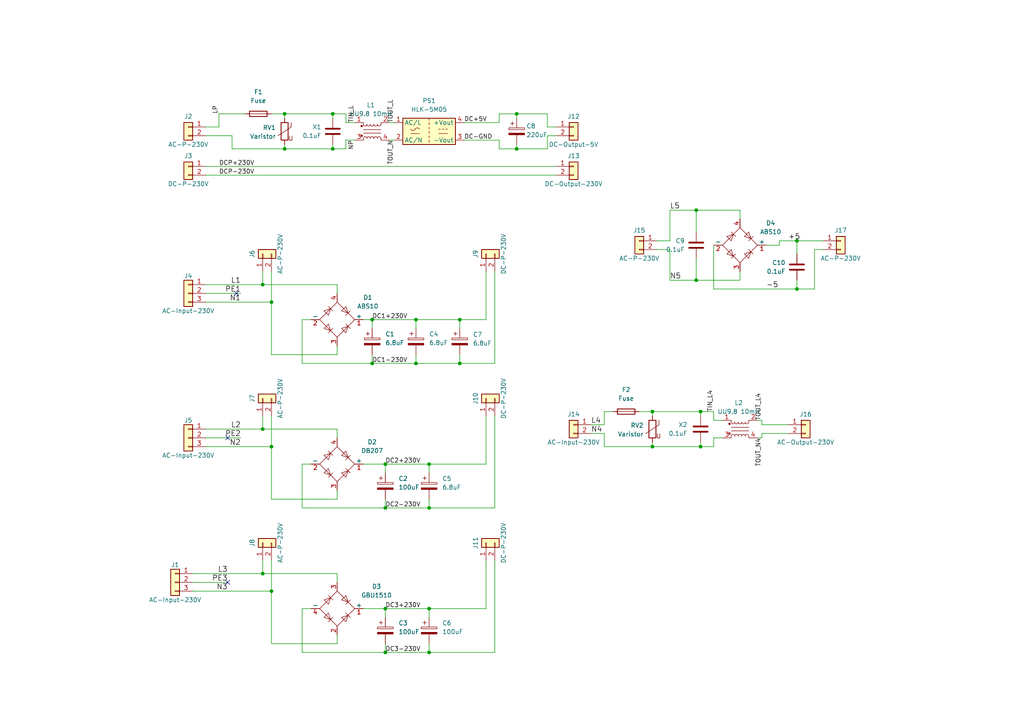
<source format=kicad_sch>
(kicad_sch (version 20250114) (generator "eeschema") (generator_version "9.0")
  (paper "A4")
  (lib_symbols
    (symbol "Connector_Generic:Conn_01x02" (pin_names (offset 1.016) (hide yes))
      (property "Reference" "J" (at 0 2.54 0))
      (property "Value" "Conn_01x02" (at 0 -5.08 0))
      (symbol "Conn_01x02_1_1"
        (rectangle (start -1.27 1.27) (end 1.27 -3.81) (stroke (width 0.254)) (fill (type background)))
        (rectangle (start -1.27 0.127) (end 0 -0.127) (stroke (width 0.1524)))
        (rectangle (start -1.27 -2.413) (end 0 -2.667) (stroke (width 0.1524)))
        (pin passive line (at -5.08 0 0) (length 3.81) (name "Pin_1") (number "1"))
        (pin passive line (at -5.08 -2.54 0) (length 3.81) (name "Pin_2") (number "2"))
      )
    )
    (symbol "Connector_Generic:Conn_01x03" (pin_names (offset 1.016) (hide yes))
      (property "Reference" "J" (at 0 5.08 0))
      (property "Value" "Conn_01x03" (at 0 -5.08 0))
      (symbol "Conn_01x03_1_1"
        (rectangle (start -1.27 3.81) (end 1.27 -3.81) (stroke (width 0.254)) (fill (type background)))
        (rectangle (start -1.27 2.667) (end 0 2.413) (stroke (width 0.1524)))
        (rectangle (start -1.27 0.127) (end 0 -0.127) (stroke (width 0.1524)))
        (rectangle (start -1.27 -2.413) (end 0 -2.667) (stroke (width 0.1524)))
        (pin passive line (at -5.08 2.54 0) (length 3.81) (name "Pin_1") (number "1"))
        (pin passive line (at -5.08 0 0) (length 3.81) (name "Pin_2") (number "2"))
        (pin passive line (at -5.08 -2.54 0) (length 3.81) (name "Pin_3") (number "3"))
      )
    )
    (symbol "Converter_ACDC:HLK-5M05"
      (property "Reference" "PS" (at 0 5.08 0))
      (property "Value" "HLK-5M05" (at 0 -5.08 0))
      (symbol "HLK-5M05_0_1"
        (rectangle (start -7.62 3.81) (end 7.62 -3.81) (stroke (width 0.254)) (fill (type background)))
        (polyline (pts (xy -5.334 -0.635) (xy -2.794 -0.635)))
        (arc (start -4.064 0.635) (mid -4.699 0.2495) (end -5.334 0.635))
        (arc (start -4.064 0.635) (mid -3.429 1.0072) (end -2.794 0.635))
        (polyline (pts (xy 0 3.81) (xy 0 3.175)))
        (polyline (pts (xy 0 2.54) (xy 0 1.905)))
        (polyline (pts (xy 0 1.27) (xy 0 0.635)))
        (polyline (pts (xy 0 0) (xy 0 -0.635)))
        (polyline (pts (xy 0 -1.27) (xy 0 -1.905)))
        (polyline (pts (xy 0 -2.54) (xy 0 -3.175)))
        (polyline (pts (xy 2.794 0.635) (xy 3.302 0.635)))
        (polyline (pts (xy 2.794 -0.635) (xy 5.334 -0.635)))
        (polyline (pts (xy 3.81 0.635) (xy 4.318 0.635)))
        (polyline (pts (xy 4.826 0.635) (xy 5.334 0.635)))
      )
      (symbol "HLK-5M05_1_1"
        (pin power_in line (at -10.16 2.54 0) (length 2.54) (name "AC/L") (number "1"))
        (pin power_in line (at -10.16 -2.54 0) (length 2.54) (name "AC/N") (number "2"))
        (pin power_out line (at 10.16 2.54 180) (length 2.54) (name "+Vout") (number "4"))
        (pin power_out line (at 10.16 -2.54 180) (length 2.54) (name "-Vout") (number "3"))
      )
    )
    (symbol "Device:C" (pin_numbers (hide yes)) (pin_names (offset 0.254))
      (property "Reference" "C" (at 0.635 2.54 0))
      (property "Value" "C" (at 0.635 -2.54 0))
      (symbol "C_0_1"
        (polyline (pts (xy -2.032 0.762) (xy 2.032 0.762)) (stroke (width 0.508)))
        (polyline (pts (xy -2.032 -0.762) (xy 2.032 -0.762)) (stroke (width 0.508)))
      )
      (symbol "C_1_1"
        (pin passive line (at 0 3.81 270) (length 2.794) (name "~") (number "1"))
        (pin passive line (at 0 -3.81 90) (length 2.794) (name "~") (number "2"))
      )
    )
    (symbol "Device:C_Polarized" (pin_numbers (hide yes)) (pin_names (offset 0.254))
      (property "Reference" "C" (at 0.635 2.54 0))
      (property "Value" "C_Polarized" (at 0.635 -2.54 0))
      (symbol "C_Polarized_0_1"
        (rectangle (start -2.286 0.508) (end 2.286 1.016))
        (polyline (pts (xy -1.778 2.286) (xy -0.762 2.286)))
        (polyline (pts (xy -1.27 2.794) (xy -1.27 1.778)))
        (rectangle (start 2.286 -0.508) (end -2.286 -1.016) (fill (type outline)))
      )
      (symbol "C_Polarized_1_1"
        (pin passive line (at 0 3.81 270) (length 2.794) (name "~") (number "1"))
        (pin passive line (at 0 -3.81 90) (length 2.794) (name "~") (number "2"))
      )
    )
    (symbol "Device:Fuse" (pin_numbers (hide yes)) (pin_names (offset 0))
      (property "Reference" "F" (at 2.032 0 90))
      (property "Value" "Fuse" (at -1.905 0 90))
      (symbol "Fuse_0_1"
        (rectangle (start -0.762 -2.54) (end 0.762 2.54) (stroke (width 0.254)))
        (polyline (pts (xy 0 2.54) (xy 0 -2.54)))
      )
      (symbol "Fuse_1_1"
        (pin passive line (at 0 3.81 270) (length 1.27) (name "~") (number "1"))
        (pin passive line (at 0 -3.81 90) (length 1.27) (name "~") (number "2"))
      )
    )
    (symbol "Device:L_Iron_Coupled" (pin_names (offset 0.254) (hide yes))
      (property "Reference" "L" (at 0 4.445 0))
      (property "Value" "L_Iron_Coupled" (at 0 -4.445 0))
      (symbol "L_Iron_Coupled_0_1"
        (circle (center -3.048 1.524) (radius 0.254) (fill (type outline)))
        (circle (center -3.048 -1.27) (radius 0.254) (fill (type outline)))
        (polyline (pts (xy -2.54 2.032) (xy -2.54 2.54)))
        (polyline (pts (xy -2.54 0.508) (xy 2.54 0.508)))
        (polyline (pts (xy -2.54 -2.032) (xy -2.54 -2.54)))
        (arc (start -1.524 2.032) (mid -2.032 1.5262) (end -2.54 2.032))
        (arc (start -2.54 -2.032) (mid -2.032 -1.5262) (end -1.524 -2.032))
        (arc (start -0.508 2.032) (mid -1.016 1.5262) (end -1.524 2.032))
        (arc (start -1.524 -2.032) (mid -1.016 -1.5262) (end -0.508 -2.032))
        (arc (start 0.508 2.032) (mid 0 1.5262) (end -0.508 2.032))
        (arc (start -0.508 -2.032) (mid 0 -1.5262) (end 0.508 -2.032))
        (arc (start 1.524 2.032) (mid 1.016 1.5262) (end 0.508 2.032))
        (arc (start 0.508 -2.032) (mid 1.016 -1.5262) (end 1.524 -2.032))
        (arc (start 2.54 2.032) (mid 2.032 1.5262) (end 1.524 2.032))
        (arc (start 1.524 -2.032) (mid 2.032 -1.5262) (end 2.54 -2.032))
        (polyline (pts (xy 2.54 2.54) (xy 2.54 2.032)))
        (polyline (pts (xy 2.54 -0.508) (xy -2.54 -0.508)))
        (polyline (pts (xy 2.54 -2.032) (xy 2.54 -2.54)))
      )
      (symbol "L_Iron_Coupled_1_1"
        (pin passive line (at -5.08 2.54 0) (length 2.54) (name "1") (number "1"))
        (pin passive line (at -5.08 -2.54 0) (length 2.54) (name "3") (number "3"))
        (pin passive line (at 5.08 2.54 180) (length 2.54) (name "2") (number "2"))
        (pin passive line (at 5.08 -2.54 180) (length 2.54) (name "4") (number "4"))
      )
    )
    (symbol "Device:Varistor" (pin_numbers (hide yes)) (pin_names (offset 0))
      (property "Reference" "RV" (at 3.175 0 90))
      (property "Value" "Varistor" (at -3.175 0 90))
      (symbol "Varistor_0_0"
        (text "U" (at -1.778 -2.032 0) (effects (font (size 1.27 1.27))))
      )
      (symbol "Varistor_0_1"
        (polyline (pts (xy -1.905 2.54) (xy -1.905 1.27) (xy 1.905 -1.27)))
        (rectangle (start -1.016 -2.54) (end 1.016 2.54) (stroke (width 0.254)))
      )
      (symbol "Varistor_1_1"
        (pin passive line (at 0 3.81 270) (length 1.27) (name "~") (number "1"))
        (pin passive line (at 0 -3.81 90) (length 1.27) (name "~") (number "2"))
      )
    )
    (symbol "Diode_Bridge:ABS10" (pin_names (offset 0))
      (property "Reference" "D" (at 2.54 6.985 0))
      (property "Value" "ABS10" (at 2.54 5.08 0))
      (symbol "ABS10_0_1"
        (polyline (pts (xy -5.08 0) (xy 0 -5.08) (xy 5.08 0) (xy 0 5.08) (xy -5.08 0)))
        (polyline (pts (xy -3.81 2.54) (xy -2.54 1.27) (xy -1.905 3.175) (xy -3.81 2.54)))
        (polyline (pts (xy -2.54 3.81) (xy -1.27 2.54)))
        (polyline (pts (xy -2.54 -1.27) (xy -3.81 -2.54) (xy -1.905 -3.175) (xy -2.54 -1.27)))
        (polyline (pts (xy -1.27 -2.54) (xy -2.54 -3.81)))
        (polyline (pts (xy 1.27 2.54) (xy 2.54 3.81) (xy 3.175 1.905) (xy 1.27 2.54)))
        (polyline (pts (xy 2.54 1.27) (xy 3.81 2.54)))
        (polyline (pts (xy 2.54 -1.27) (xy 3.81 -2.54)))
        (polyline (pts (xy 3.175 -1.905) (xy 1.27 -2.54) (xy 2.54 -3.81) (xy 3.175 -1.905)))
      )
      (symbol "ABS10_1_1"
        (pin passive line (at -7.62 0 0) (length 2.54) (name "-") (number "2"))
        (pin passive line (at 0 7.62 270) (length 2.54) (name "~") (number "4"))
        (pin passive line (at 0 -7.62 90) (length 2.54) (name "~") (number "3"))
        (pin passive line (at 7.62 0 180) (length 2.54) (name "+") (number "1"))
      )
    )
    (symbol "Diode_Bridge:DF01M" (pin_names (offset 0))
      (property "Reference" "D" (at 2.54 6.985 0))
      (property "Value" "DF01M" (at 2.54 5.08 0))
      (symbol "DF01M_0_1"
        (polyline (pts (xy -5.08 0) (xy 0 -5.08) (xy 5.08 0) (xy 0 5.08) (xy -5.08 0)))
        (polyline (pts (xy -3.81 2.54) (xy -2.54 1.27) (xy -1.905 3.175) (xy -3.81 2.54)))
        (polyline (pts (xy -2.54 3.81) (xy -1.27 2.54)))
        (polyline (pts (xy -2.54 -1.27) (xy -3.81 -2.54) (xy -1.905 -3.175) (xy -2.54 -1.27)))
        (polyline (pts (xy -1.27 -2.54) (xy -2.54 -3.81)))
        (polyline (pts (xy 1.27 2.54) (xy 2.54 3.81) (xy 3.175 1.905) (xy 1.27 2.54)))
        (polyline (pts (xy 2.54 1.27) (xy 3.81 2.54)))
        (polyline (pts (xy 2.54 -1.27) (xy 3.81 -2.54)))
        (polyline (pts (xy 3.175 -1.905) (xy 1.27 -2.54) (xy 2.54 -3.81) (xy 3.175 -1.905)))
      )
      (symbol "DF01M_1_1"
        (pin passive line (at -7.62 0 0) (length 2.54) (name "-") (number "2"))
        (pin passive line (at 0 7.62 270) (length 2.54) (name "~") (number "4"))
        (pin passive line (at 0 -7.62 90) (length 2.54) (name "~") (number "3"))
        (pin passive line (at 7.62 0 180) (length 2.54) (name "+") (number "1"))
      )
    )
    (symbol "Diode_Bridge:GBU4A" (pin_names (offset 0))
      (property "Reference" "D" (at 2.54 6.985 0))
      (property "Value" "GBU4A" (at 2.54 5.08 0))
      (symbol "GBU4A_0_1"
        (polyline (pts (xy -5.08 0) (xy 0 -5.08) (xy 5.08 0) (xy 0 5.08) (xy -5.08 0)))
        (polyline (pts (xy -3.81 2.54) (xy -2.54 1.27) (xy -1.905 3.175) (xy -3.81 2.54)))
        (polyline (pts (xy -2.54 3.81) (xy -1.27 2.54)))
        (polyline (pts (xy -2.54 -1.27) (xy -3.81 -2.54) (xy -1.905 -3.175) (xy -2.54 -1.27)))
        (polyline (pts (xy -1.27 -2.54) (xy -2.54 -3.81)))
        (polyline (pts (xy 1.27 2.54) (xy 2.54 3.81) (xy 3.175 1.905) (xy 1.27 2.54)))
        (polyline (pts (xy 2.54 1.27) (xy 3.81 2.54)))
        (polyline (pts (xy 2.54 -1.27) (xy 3.81 -2.54)))
        (polyline (pts (xy 3.175 -1.905) (xy 1.27 -2.54) (xy 2.54 -3.81) (xy 3.175 -1.905)))
      )
      (symbol "GBU4A_1_1"
        (pin passive line (at -7.62 0 0) (length 2.54) (name "-") (number "4"))
        (pin passive line (at 0 7.62 270) (length 2.54) (name "~") (number "3"))
        (pin passive line (at 0 -7.62 90) (length 2.54) (name "~") (number "2"))
        (pin passive line (at 7.62 0 180) (length 2.54) (name "+") (number "1"))
      )
    )
  )
  (junction (at 120.65 92.71))
  (junction (at 231.14 69.85))
  (junction (at 201.93 81.28))
  (junction (at 96.52 33.02))
  (junction (at 149.86 33.02))
  (junction (at 111.76 134.62))
  (junction (at 111.76 189.23))
  (junction (at 203.2 119.38))
  (junction (at 107.95 92.71))
  (junction (at 76.2 124.46))
  (junction (at 124.46 147.32))
  (junction (at 78.74 129.54))
  (junction (at 82.55 33.02))
  (junction (at 111.76 147.32))
  (junction (at 76.2 82.55))
  (junction (at 124.46 189.23))
  (junction (at 189.23 129.54))
  (junction (at 124.46 134.62))
  (junction (at 189.23 119.38))
  (junction (at 120.65 105.41))
  (junction (at 107.95 105.41))
  (junction (at 124.46 176.53))
  (junction (at 76.2 166.37))
  (junction (at 111.76 176.53))
  (junction (at 78.74 171.45))
  (junction (at 149.86 43.18))
  (junction (at 96.52 43.18))
  (junction (at 133.35 92.71))
  (junction (at 133.35 105.41))
  (junction (at 231.14 83.82))
  (junction (at 201.93 60.96))
  (junction (at 82.55 43.18))
  (junction (at 203.2 129.54))
  (junction (at 78.74 87.63))
  (no_connect (at 68.58 85.09))
  (no_connect (at 66.04 127))
  (no_connect (at 66.04 168.91))
  (wire (pts (xy 59.69 82.55) (xy 76.2 82.55)))
  (wire (pts (xy 76.2 120.65) (xy 76.2 124.46)))
  (wire (pts (xy 133.35 105.41) (xy 143.51 105.41)))
  (wire (pts (xy 97.79 184.15) (xy 97.79 186.69)))
  (wire (pts (xy 90.17 176.53) (xy 87.63 176.53)))
  (wire (pts (xy 97.79 144.78) (xy 78.74 144.78)))
  (wire (pts (xy 59.69 129.54) (xy 78.74 129.54)))
  (wire (pts (xy 120.65 95.25) (xy 120.65 92.71)))
  (wire (pts (xy 201.93 60.96) (xy 214.63 60.96)))
  (wire (pts (xy 120.65 92.71) (xy 133.35 92.71)))
  (wire (pts (xy 55.88 166.37) (xy 76.2 166.37)))
  (wire (pts (xy 226.06 71.12) (xy 226.06 69.85)))
  (wire (pts (xy 144.78 33.02) (xy 149.86 33.02)))
  (wire (pts (xy 78.74 78.74) (xy 78.74 87.63)))
  (wire (pts (xy 102.87 35.56) (xy 100.33 35.56)))
  (wire (pts (xy 189.23 119.38) (xy 189.23 120.65)))
  (wire (pts (xy 111.76 147.32) (xy 111.76 144.78)))
  (wire (pts (xy 78.74 33.02) (xy 82.55 33.02)))
  (wire (pts (xy 59.69 127) (xy 69.85 127)))
  (wire (pts (xy 97.79 142.24) (xy 97.79 144.78)))
  (wire (pts (xy 207.01 119.38) (xy 203.2 119.38)))
  (wire (pts (xy 111.76 176.53) (xy 111.76 179.07)))
  (wire (pts (xy 214.63 60.96) (xy 214.63 63.5)))
  (wire (pts (xy 113.03 40.64) (xy 114.3 40.64)))
  (wire (pts (xy 87.63 147.32) (xy 111.76 147.32)))
  (wire (pts (xy 111.76 189.23) (xy 124.46 189.23)))
  (wire (pts (xy 87.63 105.41) (xy 107.95 105.41)))
  (wire (pts (xy 124.46 144.78) (xy 124.46 147.32)))
  (wire (pts (xy 107.95 105.41) (xy 107.95 102.87)))
  (wire (pts (xy 219.71 121.92) (xy 220.98 121.92)))
  (wire (pts (xy 67.31 39.37) (xy 67.31 43.18)))
  (wire (pts (xy 140.97 176.53) (xy 140.97 162.56)))
  (wire (pts (xy 133.35 92.71) (xy 133.35 95.25)))
  (wire (pts (xy 190.5 69.85) (xy 194.31 69.85)))
  (wire (pts (xy 111.76 137.16) (xy 111.76 134.62)))
  (wire (pts (xy 100.33 35.56) (xy 100.33 33.02)))
  (wire (pts (xy 194.31 81.28) (xy 201.93 81.28)))
  (wire (pts (xy 207.01 71.12) (xy 207.01 83.82)))
  (wire (pts (xy 124.46 189.23) (xy 143.51 189.23)))
  (wire (pts (xy 76.2 162.56) (xy 76.2 166.37)))
  (wire (pts (xy 124.46 134.62) (xy 140.97 134.62)))
  (wire (pts (xy 149.86 33.02) (xy 158.75 33.02)))
  (wire (pts (xy 59.69 39.37) (xy 67.31 39.37)))
  (wire (pts (xy 134.62 35.56) (xy 144.78 35.56)))
  (wire (pts (xy 140.97 120.65) (xy 140.97 134.62)))
  (wire (pts (xy 222.25 71.12) (xy 226.06 71.12)))
  (wire (pts (xy 107.95 92.71) (xy 120.65 92.71)))
  (wire (pts (xy 149.86 33.02) (xy 149.86 34.29)))
  (wire (pts (xy 175.26 129.54) (xy 189.23 129.54)))
  (wire (pts (xy 207.01 127) (xy 209.55 127)))
  (wire (pts (xy 143.51 162.56) (xy 143.51 189.23)))
  (wire (pts (xy 120.65 105.41) (xy 133.35 105.41)))
  (wire (pts (xy 134.62 40.64) (xy 144.78 40.64)))
  (wire (pts (xy 171.45 123.19) (xy 175.26 123.19)))
  (wire (pts (xy 111.76 147.32) (xy 124.46 147.32)))
  (wire (pts (xy 124.46 176.53) (xy 124.46 179.07)))
  (wire (pts (xy 190.5 72.39) (xy 194.31 72.39)))
  (wire (pts (xy 231.14 81.28) (xy 231.14 83.82)))
  (wire (pts (xy 124.46 147.32) (xy 143.51 147.32)))
  (wire (pts (xy 158.75 39.37) (xy 161.29 39.37)))
  (wire (pts (xy 97.79 102.87) (xy 78.74 102.87)))
  (wire (pts (xy 124.46 176.53) (xy 140.97 176.53)))
  (wire (pts (xy 201.93 60.96) (xy 201.93 67.31)))
  (wire (pts (xy 203.2 120.65) (xy 203.2 119.38)))
  (wire (pts (xy 63.5 33.02) (xy 71.12 33.02)))
  (wire (pts (xy 59.69 124.46) (xy 76.2 124.46)))
  (wire (pts (xy 201.93 81.28) (xy 214.63 81.28)))
  (wire (pts (xy 78.74 171.45) (xy 78.74 186.69)))
  (wire (pts (xy 231.14 83.82) (xy 236.22 83.82)))
  (wire (pts (xy 220.98 127) (xy 220.98 125.73)))
  (wire (pts (xy 171.45 125.73) (xy 175.26 125.73)))
  (wire (pts (xy 207.01 121.92) (xy 207.01 119.38)))
  (wire (pts (xy 59.69 85.09) (xy 69.85 85.09)))
  (wire (pts (xy 175.26 123.19) (xy 175.26 119.38)))
  (wire (pts (xy 76.2 78.74) (xy 76.2 82.55)))
  (wire (pts (xy 78.74 162.56) (xy 78.74 171.45)))
  (wire (pts (xy 144.78 43.18) (xy 149.86 43.18)))
  (wire (pts (xy 124.46 189.23) (xy 124.46 186.69)))
  (wire (pts (xy 59.69 50.8) (xy 161.29 50.8)))
  (wire (pts (xy 76.2 124.46) (xy 97.79 124.46)))
  (wire (pts (xy 203.2 129.54) (xy 207.01 129.54)))
  (wire (pts (xy 82.55 33.02) (xy 82.55 34.29)))
  (wire (pts (xy 105.41 176.53) (xy 111.76 176.53)))
  (wire (pts (xy 59.69 87.63) (xy 78.74 87.63)))
  (wire (pts (xy 78.74 144.78) (xy 78.74 129.54)))
  (wire (pts (xy 158.75 33.02) (xy 158.75 36.83)))
  (wire (pts (xy 105.41 92.71) (xy 107.95 92.71)))
  (wire (pts (xy 90.17 92.71) (xy 87.63 92.71)))
  (wire (pts (xy 63.5 36.83) (xy 63.5 33.02)))
  (wire (pts (xy 189.23 128.27) (xy 189.23 129.54)))
  (wire (pts (xy 143.51 78.74) (xy 143.51 105.41)))
  (wire (pts (xy 111.76 189.23) (xy 111.76 186.69)))
  (wire (pts (xy 194.31 60.96) (xy 201.93 60.96)))
  (wire (pts (xy 78.74 186.69) (xy 97.79 186.69)))
  (wire (pts (xy 203.2 128.27) (xy 203.2 129.54)))
  (wire (pts (xy 189.23 129.54) (xy 203.2 129.54)))
  (wire (pts (xy 87.63 92.71) (xy 87.63 105.41)))
  (wire (pts (xy 185.42 119.38) (xy 189.23 119.38)))
  (wire (pts (xy 67.31 43.18) (xy 82.55 43.18)))
  (wire (pts (xy 220.98 123.19) (xy 228.6 123.19)))
  (wire (pts (xy 96.52 43.18) (xy 100.33 43.18)))
  (wire (pts (xy 78.74 102.87) (xy 78.74 87.63)))
  (wire (pts (xy 76.2 82.55) (xy 97.79 82.55)))
  (wire (pts (xy 194.31 69.85) (xy 194.31 60.96)))
  (wire (pts (xy 55.88 171.45) (xy 78.74 171.45)))
  (wire (pts (xy 96.52 43.18) (xy 96.52 41.91)))
  (wire (pts (xy 226.06 69.85) (xy 231.14 69.85)))
  (wire (pts (xy 100.33 40.64) (xy 102.87 40.64)))
  (wire (pts (xy 133.35 92.71) (xy 140.97 92.71)))
  (wire (pts (xy 231.14 69.85) (xy 231.14 73.66)))
  (wire (pts (xy 144.78 40.64) (xy 144.78 43.18)))
  (wire (pts (xy 207.01 83.82) (xy 231.14 83.82)))
  (wire (pts (xy 55.88 168.91) (xy 66.04 168.91)))
  (wire (pts (xy 149.86 43.18) (xy 158.75 43.18)))
  (wire (pts (xy 59.69 36.83) (xy 63.5 36.83)))
  (wire (pts (xy 59.69 48.26) (xy 161.29 48.26)))
  (wire (pts (xy 140.97 78.74) (xy 140.97 92.71)))
  (wire (pts (xy 149.86 43.18) (xy 149.86 41.91)))
  (wire (pts (xy 220.98 121.92) (xy 220.98 123.19)))
  (wire (pts (xy 82.55 33.02) (xy 96.52 33.02)))
  (wire (pts (xy 97.79 127) (xy 97.79 124.46)))
  (wire (pts (xy 201.93 74.93) (xy 201.93 81.28)))
  (wire (pts (xy 87.63 176.53) (xy 87.63 189.23)))
  (wire (pts (xy 78.74 120.65) (xy 78.74 129.54)))
  (wire (pts (xy 105.41 134.62) (xy 111.76 134.62)))
  (wire (pts (xy 120.65 105.41) (xy 120.65 102.87)))
  (wire (pts (xy 158.75 39.37) (xy 158.75 43.18)))
  (wire (pts (xy 100.33 40.64) (xy 100.33 43.18)))
  (wire (pts (xy 97.79 100.33) (xy 97.79 102.87)))
  (wire (pts (xy 236.22 83.82) (xy 236.22 72.39)))
  (wire (pts (xy 90.17 134.62) (xy 87.63 134.62)))
  (wire (pts (xy 111.76 176.53) (xy 124.46 176.53)))
  (wire (pts (xy 220.98 125.73) (xy 228.6 125.73)))
  (wire (pts (xy 113.03 35.56) (xy 114.3 35.56)))
  (wire (pts (xy 82.55 43.18) (xy 96.52 43.18)))
  (wire (pts (xy 175.26 119.38) (xy 177.8 119.38)))
  (wire (pts (xy 87.63 134.62) (xy 87.63 147.32)))
  (wire (pts (xy 97.79 168.91) (xy 97.79 166.37)))
  (wire (pts (xy 124.46 137.16) (xy 124.46 134.62)))
  (wire (pts (xy 209.55 121.92) (xy 207.01 121.92)))
  (wire (pts (xy 189.23 119.38) (xy 203.2 119.38)))
  (wire (pts (xy 236.22 72.39) (xy 238.76 72.39)))
  (wire (pts (xy 96.52 33.02) (xy 96.52 34.29)))
  (wire (pts (xy 97.79 85.09) (xy 97.79 82.55)))
  (wire (pts (xy 143.51 120.65) (xy 143.51 147.32)))
  (wire (pts (xy 144.78 35.56) (xy 144.78 33.02)))
  (wire (pts (xy 158.75 36.83) (xy 161.29 36.83)))
  (wire (pts (xy 133.35 102.87) (xy 133.35 105.41)))
  (wire (pts (xy 194.31 72.39) (xy 194.31 81.28)))
  (wire (pts (xy 111.76 134.62) (xy 124.46 134.62)))
  (wire (pts (xy 231.14 69.85) (xy 238.76 69.85)))
  (wire (pts (xy 76.2 166.37) (xy 97.79 166.37)))
  (wire (pts (xy 219.71 127) (xy 220.98 127)))
  (wire (pts (xy 96.52 33.02) (xy 100.33 33.02)))
  (wire (pts (xy 87.63 189.23) (xy 111.76 189.23)))
  (wire (pts (xy 175.26 125.73) (xy 175.26 129.54)))
  (wire (pts (xy 107.95 105.41) (xy 120.65 105.41)))
  (wire (pts (xy 107.95 92.71) (xy 107.95 95.25)))
  (wire (pts (xy 207.01 129.54) (xy 207.01 127)))
  (wire (pts (xy 214.63 81.28) (xy 214.63 78.74)))
  (wire (pts (xy 82.55 41.91) (xy 82.55 43.18)))
  (label "DC3-230V" (at 111.76 189.23 0))
  (label "NP" (at 102.87 40.64 270))
  (label "N2" (at 69.85 129.54 180) (effects (font (size 1.524 1.524))))
  (label "DC1-230V" (at 107.95 105.41 0))
  (label "L2" (at 69.85 124.46 180) (effects (font (size 1.524 1.524))))
  (label "LP" (at 63.5 33.02 90))
  (label "DCP-230V" (at 63.5 50.8 0))
  (label "TIN_L" (at 102.87 35.56 90))
  (label "L4" (at 171.45 123.19 0) (effects (font (size 1.524 1.524))))
  (label "N4" (at 171.45 125.73 0) (effects (font (size 1.524 1.524))))
  (label "TOUT_N" (at 114.3 40.64 270))
  (label "PE1" (at 69.85 85.09 180) (effects (font (size 1.524 1.524))))
  (label "DC1+230V" (at 107.95 92.71 0))
  (label "DC+5V" (at 134.62 35.56 0))
  (label "N1" (at 69.85 87.63 180) (effects (font (size 1.524 1.524))))
  (label "N5" (at 194.31 81.28 0) (effects (font (size 1.524 1.524))))
  (label "+5" (at 228.6 69.85 0) (effects (font (size 1.524 1.524))))
  (label "TOUT_L4" (at 220.98 121.92 90))
  (label "DC-GND" (at 134.62 40.64 0))
  (label "DC2+230V" (at 111.76 134.62 0))
  (label "TOUT_L" (at 114.3 35.56 90))
  (label "PE3" (at 66.04 168.91 180) (effects (font (size 1.524 1.524))))
  (label "PE2" (at 69.85 127 180) (effects (font (size 1.524 1.524))))
  (label "TIN_L4" (at 207.01 119.38 90))
  (label "L3" (at 66.04 166.37 180) (effects (font (size 1.524 1.524))))
  (label "L1" (at 69.85 82.55 180) (effects (font (size 1.524 1.524))))
  (label "N3" (at 66.04 171.45 180) (effects (font (size 1.524 1.524))))
  (label "L5" (at 194.31 60.96 0) (effects (font (size 1.524 1.524))))
  (label "DC3+230V" (at 111.76 176.53 0))
  (label "TOUT_N4" (at 220.98 127 270))
  (label "DC2-230V" (at 111.76 147.32 0))
  (label "-5" (at 222.25 83.82 0) (effects (font (size 1.524 1.524))))
  (label "DCP+230V" (at 63.5 48.26 0))
  (symbol (lib_id "Device:Varistor") (at 82.55 38.1 0) (mirror y) (unit 1)
    (property "Reference" "RV1" (at 80.01 37.0232 0) (effects (justify left)))
    (property "Value" "Varistor" (at 80.01 39.5632 0) (effects (justify left)))
    (property "Footprint" "Varistor:RV_Disc_D15.5mm_W7.2mm_P7.5mm" (effects (hide yes)))
    (property "Description" "Voltage dependent resistor" (effects (hide yes)))
    (property "Sim.Name" "kicad_builtin_varistor" (effects (hide yes)))
    (property "Sim.Device" "SUBCKT" (effects (hide yes)))
    (property "Sim.Pins" "1=A 2=B" (effects (hide yes)))
    (property "Sim.Params" "threshold=1k" (effects (hide yes)))
    (property "Sim.Library" "${KICAD9_SYMBOL_DIR}/Simulation_SPICE.sp" (effects (hide yes)))
  )
  (symbol (lib_id "Connector_Generic:Conn_01x02") (at 166.37 123.19 0) (mirror y) (unit 1)
    (property "Reference" "J14" (at 166.37 120.142 0))
    (property "Value" "AC-Input-230V" (at 166.37 128.27 0))
    (property "Footprint" "TerminalBlock_Phoenix:TerminalBlock_Phoenix_MKDS-3-2-5.08_1x02_P5.08mm_Horizontal" (effects (hide yes)))
    (property "Description" "Generic connector, single row, 01x02, script generated (kicad-library-utils/schlib/autogen/connector/)" (effects (hide yes)))
  )
  (symbol (lib_id "Device:C_Polarized") (at 124.46 140.97 0) (unit 1)
    (property "Reference" "C5" (at 128.27 138.8109 0) (effects (justify left)))
    (property "Value" "6.8uF" (at 128.27 141.3509 0) (effects (justify left)))
    (property "Footprint" "Capacitor_THT:CP_Radial_D10.0mm_P5.00mm" (effects (hide yes)))
    (property "Description" "Polarized capacitor" (effects (hide yes)))
  )
  (symbol (lib_id "Connector_Generic:Conn_01x03") (at 54.61 85.09 0) (mirror y) (unit 1)
    (property "Reference" "J4" (at 54.61 80.01 0))
    (property "Value" "AC-Input-230V" (at 54.61 90.17 0))
    (property "Footprint" "TerminalBlock_Phoenix:TerminalBlock_Phoenix_MKDS-3-3-5.08_1x03_P5.08mm_Horizontal" (effects (hide yes)))
    (property "Description" "Generic connector, single row, 01x03, script generated (kicad-library-utils/schlib/autogen/connector/)" (effects (hide yes)))
  )
  (symbol (lib_id "Diode_Bridge:DF01M") (at 97.79 134.62 0) (unit 1)
    (property "Reference" "D2" (at 107.95 128.1998 0))
    (property "Value" "DB207" (at 107.95 130.7398 0))
    (property "Footprint" "Diode_THT:Diode_Bridge_DIP-4_W7.62mm_P5.08mm" (effects (hide yes)))
    (property "Datasheet" "http://www.vishay.com/docs/88571/dfm.pdf" (effects (hide yes)))
    (property "Description" "Miniature Glass Passivated Single-Phase Bridge Rectifiers, 70V Vrms, 1.0A If, DIP-4" (effects (hide yes)))
  )
  (symbol (lib_id "Connector_Generic:Conn_01x02") (at 140.97 73.66 90) (unit 1)
    (property "Reference" "J9" (at 137.922 73.66 0))
    (property "Value" "DC-P-230V" (at 146.05 73.66 0))
    (property "Footprint" "zhaw:TerminalBlock_P5.08mm_Horizontal" (effects (hide yes)))
    (property "Description" "Generic connector, single row, 01x02, script generated (kicad-library-utils/schlib/autogen/connector/)" (effects (hide yes)))
  )
  (symbol (lib_id "Diode_Bridge:GBU4A") (at 97.79 176.53 0) (unit 1)
    (property "Reference" "D3" (at 109.22 170.1098 0))
    (property "Value" "GBU1510" (at 109.22 172.6498 0))
    (property "Footprint" "Diode_THT:Diode_Bridge_Vishay_GBU" (effects (hide yes)))
    (property "Datasheet" "http://www.vishay.com/docs/88656/gbu4a.pdf" (effects (hide yes)))
    (property "Description" "Single-Phase Bridge Rectifier, 35V Vrms, 4.0A If, GBU package" (effects (hide yes)))
  )
  (symbol (lib_id "Device:C_Polarized") (at 111.76 140.97 0) (unit 1)
    (property "Reference" "C2" (at 115.57 138.8109 0) (effects (justify left)))
    (property "Value" "100uF" (at 115.57 141.3509 0) (effects (justify left)))
    (property "Footprint" "Capacitor_THT:CP_Radial_D18.0mm_P7.50mm" (effects (hide yes)))
    (property "Description" "Polarized capacitor" (effects (hide yes)))
  )
  (symbol (lib_id "Connector_Generic:Conn_01x02") (at 76.2 157.48 90) (unit 1)
    (property "Reference" "J8" (at 73.152 157.48 0))
    (property "Value" "AC-P-230V" (at 81.28 157.48 0))
    (property "Footprint" "zhaw:TerminalBlock_P5.08mm_Horizontal" (effects (hide yes)))
    (property "Description" "Generic connector, single row, 01x02, script generated (kicad-library-utils/schlib/autogen/connector/)" (effects (hide yes)))
  )
  (symbol (lib_id "Device:C") (at 203.2 124.46 0) (mirror y) (unit 1)
    (property "Reference" "X2" (at 199.39 123.1899 0) (effects (justify left)))
    (property "Value" "0.1uF" (at 199.39 125.7299 0) (effects (justify left)))
    (property "Footprint" "Capacitor_THT:C_Rect_L18.0mm_W6.0mm_P15.00mm_FKS3_FKP3" (effects (hide yes)))
    (property "Description" "Unpolarized capacitor" (effects (hide yes)))
  )
  (symbol (lib_id "Connector_Generic:Conn_01x02") (at 76.2 73.66 90) (unit 1)
    (property "Reference" "J6" (at 73.152 73.66 0))
    (property "Value" "AC-P-230V" (at 81.28 73.66 0))
    (property "Footprint" "zhaw:TerminalBlock_P5.08mm_Horizontal" (effects (hide yes)))
    (property "Description" "Generic connector, single row, 01x02, script generated (kicad-library-utils/schlib/autogen/connector/)" (effects (hide yes)))
  )
  (symbol (lib_id "Connector_Generic:Conn_01x02") (at 54.61 36.83 0) (mirror y) (unit 1)
    (property "Reference" "J2" (at 54.61 33.782 0))
    (property "Value" "AC-P-230V" (at 54.61 41.91 0))
    (property "Footprint" "zhaw:TerminalBlock_P5.08mm_Horizontal" (effects (hide yes)))
    (property "Description" "Generic connector, single row, 01x02, script generated (kicad-library-utils/schlib/autogen/connector/)" (effects (hide yes)))
  )
  (symbol (lib_id "Connector_Generic:Conn_01x03") (at 54.61 127 0) (mirror y) (unit 1)
    (property "Reference" "J5" (at 54.61 121.92 0))
    (property "Value" "AC-Input-230V" (at 54.61 132.08 0))
    (property "Footprint" "TerminalBlock_Phoenix:TerminalBlock_Phoenix_MKDS-3-3-5.08_1x03_P5.08mm_Horizontal" (effects (hide yes)))
    (property "Description" "Generic connector, single row, 01x03, script generated (kicad-library-utils/schlib/autogen/connector/)" (effects (hide yes)))
  )
  (symbol (lib_id "Device:Varistor") (at 189.23 124.46 0) (mirror y) (unit 1)
    (property "Reference" "RV2" (at 186.69 123.3832 0) (effects (justify left)))
    (property "Value" "Varistor" (at 186.69 125.9232 0) (effects (justify left)))
    (property "Footprint" "Varistor:RV_Disc_D15.5mm_W7.2mm_P7.5mm" (effects (hide yes)))
    (property "Description" "Voltage dependent resistor" (effects (hide yes)))
    (property "Sim.Name" "kicad_builtin_varistor" (effects (hide yes)))
    (property "Sim.Device" "SUBCKT" (effects (hide yes)))
    (property "Sim.Pins" "1=A 2=B" (effects (hide yes)))
    (property "Sim.Params" "threshold=1k" (effects (hide yes)))
    (property "Sim.Library" "${KICAD9_SYMBOL_DIR}/Simulation_SPICE.sp" (effects (hide yes)))
  )
  (symbol (lib_id "Device:C_Polarized") (at 133.35 99.06 0) (unit 1)
    (property "Reference" "C7" (at 137.16 97.028 0) (effects (justify left)))
    (property "Value" "6.8uF" (at 137.16 99.568 0) (effects (justify left)))
    (property "Footprint" "Capacitor_THT:CP_Radial_D10.0mm_P5.00mm" (effects (hide yes)))
    (property "Description" "Polarized capacitor" (effects (hide yes)))
  )
  (symbol (lib_id "Connector_Generic:Conn_01x02") (at 76.2 115.57 90) (unit 1)
    (property "Reference" "J7" (at 73.152 115.57 0))
    (property "Value" "AC-P-230V" (at 81.28 115.57 0))
    (property "Footprint" "zhaw:TerminalBlock_P5.08mm_Horizontal" (effects (hide yes)))
    (property "Description" "Generic connector, single row, 01x02, script generated (kicad-library-utils/schlib/autogen/connector/)" (effects (hide yes)))
  )
  (symbol (lib_id "Device:Fuse") (at 181.61 119.38 90) (unit 1)
    (property "Reference" "F2" (at 181.61 113.03 90))
    (property "Value" "Fuse" (at 181.61 115.57 90))
    (property "Footprint" "zhaw:Fuse_Cylinder_3.6x10mm_Horizontal" (effects (hide yes)))
    (property "Description" "Fuse" (effects (hide yes)))
  )
  (symbol (lib_id "Connector_Generic:Conn_01x02") (at 185.42 69.85 0) (mirror y) (unit 1)
    (property "Reference" "J15" (at 185.42 66.802 0))
    (property "Value" "AC-P-230V" (at 185.42 74.93 0))
    (property "Footprint" "zhaw:TerminalBlock_P5.08mm_Horizontal" (effects (hide yes)))
    (property "Description" "Generic connector, single row, 01x02, script generated (kicad-library-utils/schlib/autogen/connector/)" (effects (hide yes)))
  )
  (symbol (lib_id "Diode_Bridge:ABS10") (at 214.63 71.12 0) (unit 1)
    (property "Reference" "D4" (at 223.52 64.6998 0))
    (property "Value" "ABS10" (at 223.52 67.2398 0))
    (property "Footprint" "Diode_SMD:Diode_Bridge_Diotec_ABS" (effects (hide yes)))
    (property "Datasheet" "https://diotec.com/tl_files/diotec/files/pdf/datasheets/abs2.pdf" (effects (hide yes)))
    (property "Description" "Miniature Glass Passivated Single-Phase Surface Mount Bridge Rectifiers, 700V Vrms, 0.8A If, ABS SMD package" (effects (hide yes)))
  )
  (symbol (lib_id "Connector_Generic:Conn_01x02") (at 166.37 48.26 0) (unit 1)
    (property "Reference" "J13" (at 166.37 45.212 0))
    (property "Value" "DC-Output-230V" (at 166.37 53.34 0))
    (property "Footprint" "TerminalBlock_Phoenix:TerminalBlock_Phoenix_MKDS-3-2-5.08_1x02_P5.08mm_Horizontal" (effects (hide yes)))
    (property "Description" "Generic connector, single row, 01x02, script generated (kicad-library-utils/schlib/autogen/connector/)" (effects (hide yes)))
  )
  (symbol (lib_id "Device:C_Polarized") (at 107.95 99.06 0) (unit 1)
    (property "Reference" "C1" (at 111.76 96.9009 0) (effects (justify left)))
    (property "Value" "6.8uF" (at 111.76 99.4409 0) (effects (justify left)))
    (property "Footprint" "Capacitor_THT:CP_Radial_D10.0mm_P5.00mm" (effects (hide yes)))
    (property "Description" "Polarized capacitor" (effects (hide yes)))
  )
  (symbol (lib_id "Device:Fuse") (at 74.93 33.02 90) (unit 1)
    (property "Reference" "F1" (at 74.93 26.67 90))
    (property "Value" "Fuse" (at 74.93 29.21 90))
    (property "Footprint" "zhaw:Fuse_Cylinder_3.6x10mm_Horizontal" (effects (hide yes)))
    (property "Description" "Fuse" (effects (hide yes)))
  )
  (symbol (lib_id "Converter_ACDC:HLK-5M05") (at 124.46 38.1 0) (unit 1)
    (property "Reference" "PS1" (at 124.46 29.21 0))
    (property "Value" "HLK-5M05" (at 124.46 31.75 0))
    (property "Footprint" "Converter_ACDC:Converter_ACDC_Hi-Link_HLK-5Mxx" (effects (hide yes)))
    (property "Datasheet" "http://h.hlktech.com/download/ACDC%E7%94%B5%E6%BA%90%E6%A8%A1%E5%9D%975W%E7%B3%BB%E5%88%97/1/%E6%B5%B7%E5%87%8C%E7%A7%915W%E7%B3%BB%E5%88%97%E7%94%B5%E6%BA%90%E6%A8%A1%E5%9D%97%E8%A7%84%E6%A0%BC%E4%B9%A6V2.8.pdf" (effects (hide yes)))
    (property "Description" "Compact AC/DC board mount power module 5W, 5V 1A" (effects (hide yes)))
  )
  (symbol (lib_id "Connector_Generic:Conn_01x02") (at 140.97 157.48 90) (unit 1)
    (property "Reference" "J11" (at 137.922 157.48 0))
    (property "Value" "DC-P-230V" (at 146.05 157.48 0))
    (property "Footprint" "zhaw:TerminalBlock_P5.08mm_Horizontal" (effects (hide yes)))
    (property "Description" "Generic connector, single row, 01x02, script generated (kicad-library-utils/schlib/autogen/connector/)" (effects (hide yes)))
  )
  (symbol (lib_id "Connector_Generic:Conn_01x02") (at 54.61 48.26 0) (mirror y) (unit 1)
    (property "Reference" "J3" (at 54.61 45.212 0))
    (property "Value" "DC-P-230V" (at 54.61 53.34 0))
    (property "Footprint" "zhaw:TerminalBlock_P5.08mm_Horizontal" (effects (hide yes)))
    (property "Description" "Generic connector, single row, 01x02, script generated (kicad-library-utils/schlib/autogen/connector/)" (effects (hide yes)))
  )
  (symbol (lib_id "Device:C_Polarized") (at 111.76 182.88 0) (unit 1)
    (property "Reference" "C3" (at 115.57 180.7209 0) (effects (justify left)))
    (property "Value" "100uF" (at 115.57 183.2609 0) (effects (justify left)))
    (property "Footprint" "Capacitor_THT:CP_Radial_D18.0mm_P7.50mm" (effects (hide yes)))
    (property "Description" "Polarized capacitor" (effects (hide yes)))
  )
  (symbol (lib_id "Device:C") (at 231.14 77.47 0) (mirror y) (unit 1)
    (property "Reference" "C10" (at 227.838 76.2 0) (effects (justify left)))
    (property "Value" "0.1uF" (at 227.838 78.74 0) (effects (justify left)))
    (property "Footprint" "Capacitor_SMD:C_1812_4532Metric_Pad1.57x3.40mm_HandSolder" (effects (hide yes)))
    (property "Description" "Unpolarized capacitor" (effects (hide yes)))
  )
  (symbol (lib_id "Connector_Generic:Conn_01x03") (at 50.8 168.91 0) (mirror y) (unit 1)
    (property "Reference" "J1" (at 50.8 163.83 0))
    (property "Value" "AC-Input-230V" (at 50.8 173.99 0))
    (property "Footprint" "TerminalBlock_Phoenix:TerminalBlock_Phoenix_MKDS-3-3-5.08_1x03_P5.08mm_Horizontal" (effects (hide yes)))
    (property "Description" "Generic connector, single row, 01x03, script generated (kicad-library-utils/schlib/autogen/connector/)" (effects (hide yes)))
  )
  (symbol (lib_id "Device:L_Iron_Coupled") (at 107.95 38.1 0) (unit 1)
    (property "Reference" "L1" (at 107.569 30.48 0))
    (property "Value" "UU9.8 10mH" (at 107.569 33.02 0))
    (property "Footprint" "zhaw:L_CommonMode_UU9.8_UU10.5" (effects (hide yes)))
    (property "Description" "Coupled inductor with iron core" (effects (hide yes)))
  )
  (symbol (lib_id "Device:C_Polarized") (at 120.65 99.06 0) (unit 1)
    (property "Reference" "C4" (at 124.46 96.9009 0) (effects (justify left)))
    (property "Value" "6.8uF" (at 124.46 99.4409 0) (effects (justify left)))
    (property "Footprint" "Capacitor_THT:CP_Radial_D10.0mm_P5.00mm" (effects (hide yes)))
    (property "Description" "Polarized capacitor" (effects (hide yes)))
  )
  (symbol (lib_id "Device:C_Polarized") (at 149.86 38.1 0) (unit 1)
    (property "Reference" "C8" (at 152.654 36.576 0) (effects (justify left)))
    (property "Value" "220uF" (at 152.654 39.116 0) (effects (justify left)))
    (property "Footprint" "Capacitor_THT:CP_Radial_D10.0mm_P5.00mm" (effects (hide yes)))
    (property "Description" "Polarized capacitor" (effects (hide yes)))
  )
  (symbol (lib_id "Connector_Generic:Conn_01x02") (at 140.97 115.57 90) (unit 1)
    (property "Reference" "J10" (at 137.922 115.57 0))
    (property "Value" "DC-P-230V" (at 146.05 115.57 0))
    (property "Footprint" "zhaw:TerminalBlock_P5.08mm_Horizontal" (effects (hide yes)))
    (property "Description" "Generic connector, single row, 01x02, script generated (kicad-library-utils/schlib/autogen/connector/)" (effects (hide yes)))
  )
  (symbol (lib_id "Connector_Generic:Conn_01x02") (at 233.68 123.19 0) (unit 1)
    (property "Reference" "J16" (at 233.68 120.142 0))
    (property "Value" "AC-Output-230V" (at 233.68 128.27 0))
    (property "Footprint" "TerminalBlock_Phoenix:TerminalBlock_Phoenix_MKDS-3-2-5.08_1x02_P5.08mm_Horizontal" (effects (hide yes)))
    (property "Description" "Generic connector, single row, 01x02, script generated (kicad-library-utils/schlib/autogen/connector/)" (effects (hide yes)))
  )
  (symbol (lib_id "Device:C") (at 201.93 71.12 0) (mirror y) (unit 1)
    (property "Reference" "C9" (at 198.628 69.85 0) (effects (justify left)))
    (property "Value" "0.1uF" (at 198.628 72.39 0) (effects (justify left)))
    (property "Footprint" "Capacitor_SMD:C_1812_4532Metric_Pad1.57x3.40mm_HandSolder" (effects (hide yes)))
    (property "Description" "Unpolarized capacitor" (effects (hide yes)))
  )
  (symbol (lib_id "Diode_Bridge:ABS10") (at 97.79 92.71 0) (unit 1)
    (property "Reference" "D1" (at 106.68 86.2898 0))
    (property "Value" "ABS10" (at 106.68 88.8298 0))
    (property "Footprint" "Diode_SMD:Diode_Bridge_Diotec_ABS" (effects (hide yes)))
    (property "Datasheet" "https://diotec.com/tl_files/diotec/files/pdf/datasheets/abs2.pdf" (effects (hide yes)))
    (property "Description" "Miniature Glass Passivated Single-Phase Surface Mount Bridge Rectifiers, 700V Vrms, 0.8A If, ABS SMD package" (effects (hide yes)))
  )
  (symbol (lib_id "Connector_Generic:Conn_01x02") (at 166.37 36.83 0) (unit 1)
    (property "Reference" "J12" (at 166.37 33.782 0))
    (property "Value" "DC-Output-5V" (at 166.37 41.91 0))
    (property "Footprint" "TerminalBlock_Phoenix:TerminalBlock_Phoenix_MKDS-3-2-5.08_1x02_P5.08mm_Horizontal" (effects (hide yes)))
    (property "Description" "Generic connector, single row, 01x02, script generated (kicad-library-utils/schlib/autogen/connector/)" (effects (hide yes)))
  )
  (symbol (lib_id "Connector_Generic:Conn_01x02") (at 243.84 69.85 0) (unit 1)
    (property "Reference" "J17" (at 243.84 66.802 0))
    (property "Value" "AC-P-230V" (at 243.84 74.93 0))
    (property "Footprint" "zhaw:TerminalBlock_P5.08mm_Horizontal" (effects (hide yes)))
    (property "Description" "Generic connector, single row, 01x02, script generated (kicad-library-utils/schlib/autogen/connector/)" (effects (hide yes)))
  )
  (symbol (lib_id "Device:C_Polarized") (at 124.46 182.88 0) (unit 1)
    (property "Reference" "C6" (at 128.27 180.7209 0) (effects (justify left)))
    (property "Value" "100uF" (at 128.27 183.2609 0) (effects (justify left)))
    (property "Footprint" "Capacitor_THT:CP_Radial_D18.0mm_P7.50mm" (effects (hide yes)))
    (property "Description" "Polarized capacitor" (effects (hide yes)))
  )
  (symbol (lib_id "Device:L_Iron_Coupled") (at 214.63 124.46 0) (unit 1)
    (property "Reference" "L2" (at 214.249 116.84 0))
    (property "Value" "UU9.8 10mH" (at 214.249 119.38 0))
    (property "Footprint" "zhaw:L_CommonMode_UU9.8_UU10.5" (effects (hide yes)))
    (property "Description" "Coupled inductor with iron core" (effects (hide yes)))
  )
  (symbol (lib_id "Device:C") (at 96.52 38.1 0) (mirror y) (unit 1)
    (property "Reference" "X1" (at 93.218 36.83 0) (effects (justify left)))
    (property "Value" "0.1uF" (at 93.218 39.37 0) (effects (justify left)))
    (property "Footprint" "Capacitor_THT:C_Rect_L18.0mm_W6.0mm_P15.00mm_FKS3_FKP3" (effects (hide yes)))
    (property "Description" "Unpolarized capacitor" (effects (hide yes)))
  )
)
</source>
